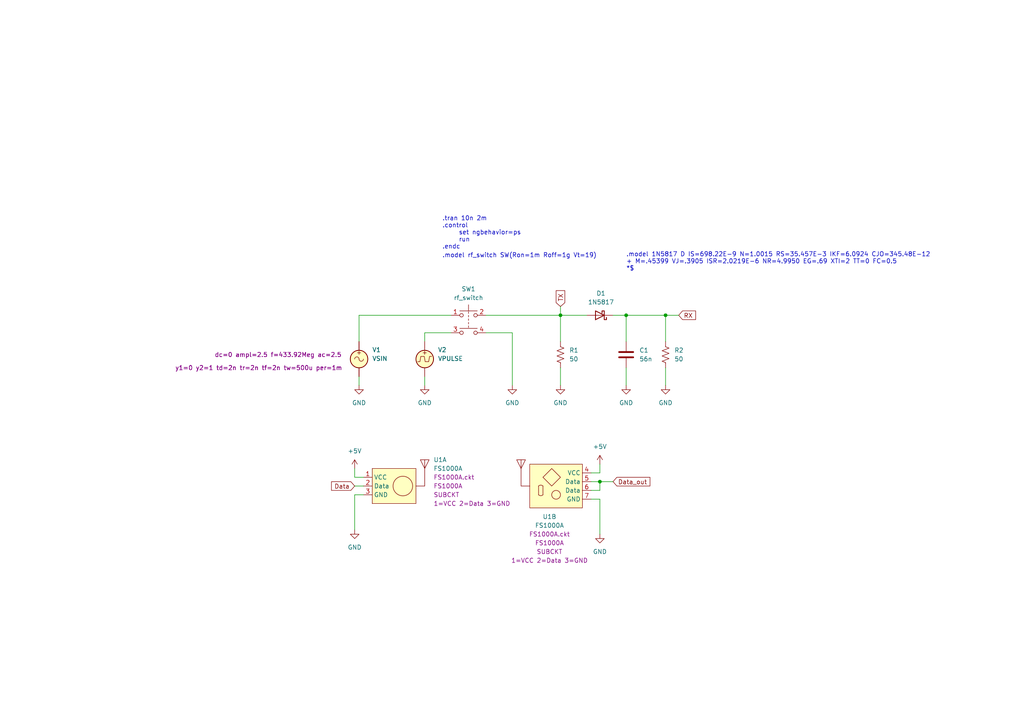
<source format=kicad_sch>
(kicad_sch (version 20250114) (generator "eeschema") (generator_version "9.0")
  (paper "A4")
  (lib_symbols
    (symbol "Device:C" (pin_numbers (hide yes)) (pin_names (offset 0.254))
      (property "Reference" "C" (at 0.635 2.54 0))
      (property "Value" "C" (at 0.635 -2.54 0))
      (symbol "C_0_1"
        (polyline (pts (xy -2.032 0.762) (xy 2.032 0.762)) (stroke (width 0.508)))
        (polyline (pts (xy -2.032 -0.762) (xy 2.032 -0.762)) (stroke (width 0.508)))
      )
      (symbol "C_1_1"
        (pin passive line (at 0 3.81 270) (length 2.794) (name "~") (number "1"))
        (pin passive line (at 0 -3.81 90) (length 2.794) (name "~") (number "2"))
      )
    )
    (symbol "Device:D_Schottky" (pin_numbers (hide yes)) (pin_names (offset 1.016) (hide yes))
      (property "Reference" "D" (at 0 2.54 0))
      (property "Value" "D_Schottky" (at 0 -2.54 0))
      (symbol "D_Schottky_0_1"
        (polyline (pts (xy -1.905 0.635) (xy -1.905 1.27) (xy -1.27 1.27) (xy -1.27 -1.27) (xy -0.635 -1.27) (xy -0.635 -0.635)) (stroke (width 0.254)))
        (polyline (pts (xy 1.27 1.27) (xy 1.27 -1.27) (xy -1.27 0) (xy 1.27 1.27)) (stroke (width 0.254)))
        (polyline (pts (xy 1.27 0) (xy -1.27 0)))
      )
      (symbol "D_Schottky_1_1"
        (pin passive line (at -3.81 0 0) (length 2.54) (name "K") (number "1"))
        (pin passive line (at 3.81 0 180) (length 2.54) (name "A") (number "2"))
      )
    )
    (symbol "Device:R_US" (pin_numbers (hide yes)) (pin_names (offset 0))
      (property "Reference" "R" (at 2.54 0 90))
      (property "Value" "R_US" (at -2.54 0 90))
      (symbol "R_US_0_1"
        (polyline (pts (xy 0 2.286) (xy 0 2.54)))
        (polyline (pts (xy 0 2.286) (xy 1.016 1.905) (xy 0 1.524) (xy -1.016 1.143) (xy 0 0.762)))
        (polyline (pts (xy 0 0.762) (xy 1.016 0.381) (xy 0 0) (xy -1.016 -0.381) (xy 0 -0.762)))
        (polyline (pts (xy 0 -0.762) (xy 1.016 -1.143) (xy 0 -1.524) (xy -1.016 -1.905) (xy 0 -2.286)))
        (polyline (pts (xy 0 -2.286) (xy 0 -2.54)))
      )
      (symbol "R_US_1_1"
        (pin passive line (at 0 3.81 270) (length 1.27) (name "~") (number "1"))
        (pin passive line (at 0 -3.81 90) (length 1.27) (name "~") (number "2"))
      )
    )
    (symbol "My-footprints:FS1000A"
      (property "Reference" "U" (at 0 11.43 0))
      (property "Value" "FS1000A" (at 0 8.89 0))
      (property "Sim.Library" "FS1000A.ckt" (at 0 -13.97 0))
      (property "Sim.Name" "FS1000A" (at 0 -11.43 0))
      (property "Sim.Device" "SUBCKT" (at 0 -16.51 0))
      (property "Sim.Pins" "1=VCC 2=Data 3=GND" (at 0 -8.89 0))
      (symbol "FS1000A_0_1"
        (pin passive line (at 0 -5.08 90) (length 2.54) (hide yes) (name "RF") (number "8"))
      )
      (symbol "FS1000A_1_1"
        (rectangle (start -6.35 5.08) (end 6.35 -5.08) (fill (type background)))
        (circle (center 2.54 0) (radius 2.8398))
        (polyline (pts (xy 6.35 0) (xy 8.89 0) (xy 8.89 5.08) (xy 7.62 7.62) (xy 10.16 7.62) (xy 8.89 5.08)))
        (polyline (pts (xy 8.89 5.08) (xy 8.89 7.62)))
        (pin unspecified line (at -8.89 2.54 0) (length 2.54) (name "VCC") (number "1"))
        (pin input line (at -8.89 0 0) (length 2.54) (name "Data") (number "2"))
        (pin power_in line (at -8.89 -2.54 0) (length 2.54) (name "GND") (number "3"))
      )
      (symbol "FS1000A_2_1"
        (polyline (pts (xy -10.16 5.08) (xy -10.16 7.62)))
        (rectangle (start -7.62 6.35) (end 7.62 -6.35) (fill (type background)))
        (polyline (pts (xy -7.62 0) (xy -10.16 0) (xy -10.16 5.08) (xy -8.89 7.62) (xy -11.43 7.62) (xy -10.16 5.08)))
        (polyline (pts (xy -5.08 0) (xy -5.08 -2.54)))
        (arc (start -5.08 0) (mid -4.445 0.263) (end -3.81 0))
        (arc (start -3.81 -2.54) (mid -4.445 -2.803) (end -5.08 -2.54))
        (polyline (pts (xy -3.81 2.54) (xy -1.27 0) (xy 1.27 2.54) (xy -1.27 5.08) (xy -3.81 2.54)))
        (polyline (pts (xy -3.81 -2.54) (xy -3.81 0)))
        (circle (center 0 -2.54) (radius 1.27))
        (pin passive line (at 10.16 3.81 180) (length 2.54) (name "VCC") (number "4"))
        (pin output line (at 10.16 1.27 180) (length 2.54) (name "Data") (number "5"))
        (pin output line (at 10.16 -1.27 180) (length 2.54) (name "Data") (number "6"))
        (pin power_in line (at 10.16 -3.81 180) (length 2.54) (name "GND") (number "7"))
      )
    )
    (symbol "Simulation_SPICE:VPULSE" (pin_numbers (hide yes)) (pin_names (offset 0.0254))
      (property "Reference" "V" (at 2.54 2.54 0))
      (property "Value" "VPULSE" (at 2.54 0 0))
      (property "Sim.Params" "y1=0 y2=1 td=2n tr=2n tf=2n tw=50n per=100n" (at 2.54 -2.54 0))
      (symbol "VPULSE_0_0"
        (polyline (pts (xy -2.032 -0.762) (xy -1.397 -0.762) (xy -1.143 0.762) (xy -0.127 0.762) (xy 0.127 -0.762) (xy 1.143 -0.762) (xy 1.397 0.762) (xy 2.032 0.762)))
        (text "+" (at 0 1.905 0) (effects (font (size 1.27 1.27))))
      )
      (symbol "VPULSE_0_1"
        (circle (center 0 0) (radius 2.54) (stroke (width 0.254)) (fill (type background)))
      )
      (symbol "VPULSE_1_1"
        (pin passive line (at 0 5.08 270) (length 2.54) (name "~") (number "1"))
        (pin passive line (at 0 -5.08 90) (length 2.54) (name "~") (number "2"))
      )
    )
    (symbol "Simulation_SPICE:VSIN" (pin_numbers (hide yes)) (pin_names (offset 0.0254))
      (property "Reference" "V" (at 2.54 2.54 0))
      (property "Value" "VSIN" (at 2.54 0 0))
      (property "Sim.Params" "dc=0 ampl=1 f=1k ac=1" (at 2.54 -2.54 0))
      (symbol "VSIN_0_0"
        (arc (start -1.27 0) (mid -0.635 0.6323) (end 0 0))
        (arc (start 1.27 0) (mid 0.635 -0.6323) (end 0 0))
        (text "+" (at 0 1.905 0) (effects (font (size 1.27 1.27))))
      )
      (symbol "VSIN_0_1"
        (circle (center 0 0) (radius 2.54) (stroke (width 0.254)) (fill (type background)))
      )
      (symbol "VSIN_1_1"
        (pin passive line (at 0 5.08 270) (length 2.54) (name "~") (number "1"))
        (pin passive line (at 0 -5.08 90) (length 2.54) (name "~") (number "2"))
      )
    )
    (symbol "Switch:SW_Push_Dual" (pin_names (offset 1.016) (hide yes))
      (property "Reference" "SW" (at 1.27 2.54 0))
      (property "Value" "SW_Push_Dual" (at 0 -6.858 0))
      (symbol "SW_Push_Dual_0_1"
        (circle (center -2.032 0) (radius 0.508))
        (circle (center -2.032 -5.08) (radius 0.508))
        (polyline (pts (xy 0 1.27) (xy 0 3.048)))
        (polyline (pts (xy 0 0.508) (xy 0 1.016)))
        (polyline (pts (xy 0 -0.508) (xy 0 0)))
        (polyline (pts (xy 0 -1.524) (xy 0 -1.016)))
        (polyline (pts (xy 0 -2.032) (xy 0 -2.54)))
        (polyline (pts (xy 0 -3.048) (xy 0 -3.556)))
        (circle (center 2.032 0) (radius 0.508))
        (circle (center 2.032 -5.08) (radius 0.508))
        (polyline (pts (xy 2.54 1.27) (xy -2.54 1.27)))
        (polyline (pts (xy 2.54 -3.81) (xy -2.54 -3.81)))
        (pin passive line (at -5.08 0 0) (length 2.54) (name "1") (number "1"))
        (pin passive line (at -5.08 -5.08 0) (length 2.54) (name "3") (number "3"))
        (pin passive line (at 5.08 0 180) (length 2.54) (name "2") (number "2"))
        (pin passive line (at 5.08 -5.08 180) (length 2.54) (name "4") (number "4"))
      )
    )
    (symbol "power:+5V" (power) (pin_names (offset 0))
      (property "Value" "+5V" (at 0 3.556 0))
      (symbol "+5V_0_1"
        (polyline (pts (xy -0.762 1.27) (xy 0 2.54)))
        (polyline (pts (xy 0 2.54) (xy 0.762 1.27)))
        (polyline (pts (xy 0 0) (xy 0 2.54)))
      )
      (symbol "+5V_1_1"
        (pin power_in line (at 0 0 90) (length 0) (hide yes) (name "+5V") (number "1"))
      )
    )
    (symbol "power:GND" (power) (pin_names (offset 0))
      (property "Value" "GND" (at 0 -3.81 0))
      (symbol "GND_0_1"
        (polyline (pts (xy 0 0) (xy 0 -1.27) (xy 1.27 -1.27) (xy 0 -2.54) (xy -1.27 -1.27) (xy 0 -1.27)))
      )
      (symbol "GND_1_1"
        (pin power_in line (at 0 0 270) (length 0) (hide yes) (name "GND") (number "1"))
      )
    )
  )
  (text ".model rf_switch SW(Ron=1m Roff=1g Vt=19)" (at 128.27 74.93 0) (effects (font (size 1.27 1.27)) (justify left bottom)))
  (text ".tran 10n 2m\n.control\n	set ngbehavior=ps\n	run\n.endc" (at 128.27 72.39 0) (effects (font (size 1.27 1.27)) (justify left bottom)))
  (text ".model 1N5817 D IS=698.22E-9 N=1.0015 RS=35.457E-3 IKF=6.0924 CJO=345.48E-12\n+ M=.45399 VJ=.3905 ISR=2.0219E-6 NR=4.9950 EG=.69 XTI=2 TT=0 FC=0.5\n*$" (at 181.61 78.74 0) (effects (font (size 1.27 1.27)) (justify left bottom)))
  (junction (at 162.56 91.44))
  (junction (at 181.61 91.44))
  (junction (at 173.99 139.7))
  (junction (at 193.04 91.44))
  (wire (pts (xy 104.14 99.06) (xy 104.14 91.44)))
  (wire (pts (xy 193.04 91.44) (xy 193.04 99.06)))
  (wire (pts (xy 173.99 139.7) (xy 177.8 139.7)))
  (wire (pts (xy 173.99 142.24) (xy 173.99 139.7)))
  (wire (pts (xy 173.99 137.16) (xy 173.99 134.62)))
  (wire (pts (xy 102.87 153.67) (xy 102.87 143.51)))
  (wire (pts (xy 171.45 142.24) (xy 173.99 142.24)))
  (wire (pts (xy 123.19 96.52) (xy 123.19 99.06)))
  (wire (pts (xy 173.99 154.94) (xy 173.99 144.78)))
  (wire (pts (xy 171.45 139.7) (xy 173.99 139.7)))
  (wire (pts (xy 102.87 138.43) (xy 102.87 135.89)))
  (wire (pts (xy 181.61 106.68) (xy 181.61 111.76)))
  (wire (pts (xy 181.61 91.44) (xy 193.04 91.44)))
  (wire (pts (xy 181.61 91.44) (xy 177.8 91.44)))
  (wire (pts (xy 123.19 109.22) (xy 123.19 111.76)))
  (wire (pts (xy 102.87 138.43) (xy 105.41 138.43)))
  (wire (pts (xy 148.59 96.52) (xy 148.59 111.76)))
  (wire (pts (xy 173.99 137.16) (xy 171.45 137.16)))
  (wire (pts (xy 104.14 109.22) (xy 104.14 111.76)))
  (wire (pts (xy 102.87 140.97) (xy 105.41 140.97)))
  (wire (pts (xy 181.61 99.06) (xy 181.61 91.44)))
  (wire (pts (xy 162.56 111.76) (xy 162.56 106.68)))
  (wire (pts (xy 140.97 91.44) (xy 162.56 91.44)))
  (wire (pts (xy 193.04 91.44) (xy 196.85 91.44)))
  (wire (pts (xy 162.56 88.9) (xy 162.56 91.44)))
  (wire (pts (xy 193.04 106.68) (xy 193.04 111.76)))
  (wire (pts (xy 102.87 143.51) (xy 105.41 143.51)))
  (wire (pts (xy 173.99 144.78) (xy 171.45 144.78)))
  (wire (pts (xy 162.56 91.44) (xy 170.18 91.44)))
  (wire (pts (xy 104.14 91.44) (xy 130.81 91.44)))
  (wire (pts (xy 162.56 91.44) (xy 162.56 99.06)))
  (wire (pts (xy 130.81 96.52) (xy 123.19 96.52)))
  (wire (pts (xy 148.59 96.52) (xy 140.97 96.52)))
  (global_label "Data" (shape input) (at 102.87 140.97 180) (property "Intersheetrefs" "${INTERSHEET_REFS}" (effects (hide yes))))
  (global_label "TX" (shape input) (at 162.56 88.9 90) (property "Intersheetrefs" "${INTERSHEET_REFS}" (effects (hide yes))))
  (global_label "RX" (shape input) (at 196.85 91.44 0) (property "Intersheetrefs" "${INTERSHEET_REFS}" (effects (hide yes))))
  (global_label "Data_out" (shape input) (at 177.8 139.7 0) (property "Intersheetrefs" "${INTERSHEET_REFS}" (effects (hide yes))))
  (symbol (lib_id "My-footprints:FS1000A") (at 161.29 140.97 0) (unit 2)
    (property "Reference" "U1" (at 159.385 149.86 0))
    (property "Value" "FS1000A" (at 159.385 152.4 0))
    (property "Sim.Library" "FS1000A.ckt" (at 159.385 154.94 0))
    (property "Sim.Name" "FS1000A" (at 159.385 157.48 0))
    (property "Sim.Device" "SUBCKT" (at 159.385 160.02 0))
    (property "Sim.Pins" "1=VCC 2=Data 3=GND" (at 159.385 162.56 0))
  )
  (symbol (lib_id "power:+5V") (at 102.87 135.89 0) (unit 1)
    (property "Reference" "#PWR08" (effects (hide yes)))
    (property "Value" "+5V" (at 102.87 130.81 0))
  )
  (symbol (lib_id "Device:R_US") (at 162.56 102.87 0) (unit 1)
    (property "Reference" "R1" (at 165.1 101.6 0) (effects (justify left)))
    (property "Value" "50" (at 165.1 104.14 0) (effects (justify left)))
  )
  (symbol (lib_id "Device:D_Schottky") (at 173.99 91.44 180) (unit 1)
    (property "Reference" "D1" (at 174.3075 85.09 0))
    (property "Value" "1N5817" (at 174.3075 87.63 0))
    (property "Sim.Device" "D" (effects (hide yes)))
    (property "Sim.Pins" "1=K 2=A" (effects (hide yes)))
  )
  (symbol (lib_id "Switch:SW_Push_Dual") (at 135.89 91.44 0) (unit 1)
    (property "Reference" "SW1" (at 135.89 83.82 0))
    (property "Value" "rf_switch" (at 135.89 86.36 0))
    (property "Footprint" "Package_TO_SOT_SMD:SOT-23" (effects (hide yes)))
    (property "Sim.Device" "SW" (effects (hide yes)))
    (property "Sim.Type" "V" (effects (hide yes)))
    (property "Sim.Pins" "1=no+ 2=no- 3=ctrl+ 4=ctrl-" (effects (hide yes)))
    (property "Sim.Params" "thr=0.1 ron=1m roff=1000Meg" (effects (hide yes)))
  )
  (symbol (lib_id "power:GND") (at 102.87 153.67 0) (unit 1)
    (property "Reference" "#PWR07" (effects (hide yes)))
    (property "Value" "GND" (at 102.87 158.75 0))
  )
  (symbol (lib_id "power:GND") (at 162.56 111.76 0) (unit 1)
    (property "Reference" "#PWR04" (effects (hide yes)))
    (property "Value" "GND" (at 162.56 116.84 0))
  )
  (symbol (lib_id "Device:R_US") (at 193.04 102.87 0) (unit 1)
    (property "Reference" "R2" (at 195.58 101.6 0) (effects (justify left)))
    (property "Value" "50" (at 195.58 104.14 0) (effects (justify left)))
  )
  (symbol (lib_id "My-footprints:FS1000A") (at 114.3 140.97 0) (unit 1)
    (property "Reference" "U1" (at 125.73 133.35 0) (effects (justify left)))
    (property "Value" "FS1000A" (at 125.73 135.89 0) (effects (justify left)))
    (property "Sim.Library" "FS1000A.ckt" (at 125.73 138.43 0) (effects (justify left)))
    (property "Sim.Name" "FS1000A" (at 125.73 140.97 0) (effects (justify left)))
    (property "Sim.Device" "SUBCKT" (at 125.73 143.51 0) (effects (justify left)))
    (property "Sim.Pins" "1=VCC 2=Data 3=GND" (at 125.73 146.05 0) (effects (justify left)))
  )
  (symbol (lib_id "Simulation_SPICE:VSIN") (at 104.14 104.14 0) (unit 1)
    (property "Reference" "V1" (at 107.95 101.4702 0) (effects (justify left)))
    (property "Value" "VSIN" (at 107.95 104.0102 0) (effects (justify left)))
    (property "Sim.Pins" "1=+ 2=-" (effects (hide yes)))
    (property "Sim.Params" "dc=0 ampl=2.5 f=433.92Meg ac=2.5" (at 62.23 102.87 0) (effects (justify left)))
    (property "Sim.Type" "SIN" (effects (hide yes)))
    (property "Sim.Device" "V" (effects (hide yes)))
  )
  (symbol (lib_id "Device:C") (at 181.61 102.87 0) (unit 1)
    (property "Reference" "C1" (at 185.42 101.6 0) (effects (justify left)))
    (property "Value" "56n" (at 185.42 104.14 0) (effects (justify left)))
  )
  (symbol (lib_id "power:GND") (at 104.14 111.76 0) (unit 1)
    (property "Reference" "#PWR03" (effects (hide yes)))
    (property "Value" "GND" (at 104.14 116.84 0))
  )
  (symbol (lib_id "power:GND") (at 173.99 154.94 0) (mirror y) (unit 1)
    (property "Reference" "#PWR010" (effects (hide yes)))
    (property "Value" "GND" (at 173.99 160.02 0))
  )
  (symbol (lib_id "power:GND") (at 148.59 111.76 0) (unit 1)
    (property "Reference" "#PWR02" (effects (hide yes)))
    (property "Value" "GND" (at 148.59 116.84 0))
  )
  (symbol (lib_id "power:+5V") (at 173.99 134.62 0) (mirror y) (unit 1)
    (property "Reference" "#PWR09" (effects (hide yes)))
    (property "Value" "+5V" (at 173.99 129.54 0))
  )
  (symbol (lib_id "power:GND") (at 193.04 111.76 0) (unit 1)
    (property "Reference" "#PWR06" (effects (hide yes)))
    (property "Value" "GND" (at 193.04 116.84 0))
  )
  (symbol (lib_id "power:GND") (at 123.19 111.76 0) (unit 1)
    (property "Reference" "#PWR01" (effects (hide yes)))
    (property "Value" "GND" (at 123.19 116.84 0))
  )
  (symbol (lib_id "power:GND") (at 181.61 111.76 0) (unit 1)
    (property "Reference" "#PWR05" (effects (hide yes)))
    (property "Value" "GND" (at 181.61 116.84 0))
  )
  (symbol (lib_id "Simulation_SPICE:VPULSE") (at 123.19 104.14 0) (unit 1)
    (property "Reference" "V2" (at 127 101.4702 0) (effects (justify left)))
    (property "Value" "VPULSE" (at 127 104.0102 0) (effects (justify left)))
    (property "Sim.Pins" "1=+ 2=-" (effects (hide yes)))
    (property "Sim.Type" "PULSE" (effects (hide yes)))
    (property "Sim.Device" "V" (effects (hide yes)))
    (property "Sim.Params" "y1=0 y2=1 td=2n tr=2n tf=2n tw=500u per=1m" (at 50.8 106.68 0) (effects (justify left)))
  )
)
</source>
